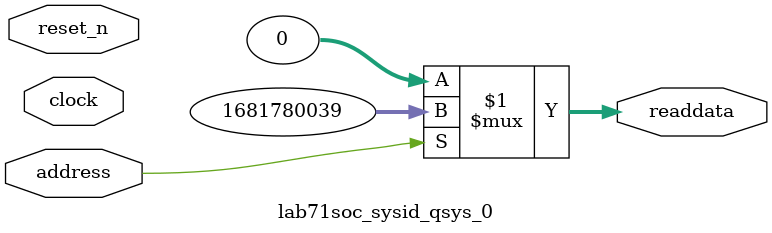
<source format=v>



// synthesis translate_off
`timescale 1ns / 1ps
// synthesis translate_on

// turn off superfluous verilog processor warnings 
// altera message_level Level1 
// altera message_off 10034 10035 10036 10037 10230 10240 10030 

module lab71soc_sysid_qsys_0 (
               // inputs:
                address,
                clock,
                reset_n,

               // outputs:
                readdata
             )
;

  output  [ 31: 0] readdata;
  input            address;
  input            clock;
  input            reset_n;

  wire    [ 31: 0] readdata;
  //control_slave, which is an e_avalon_slave
  assign readdata = address ? 1681780039 : 0;

endmodule



</source>
